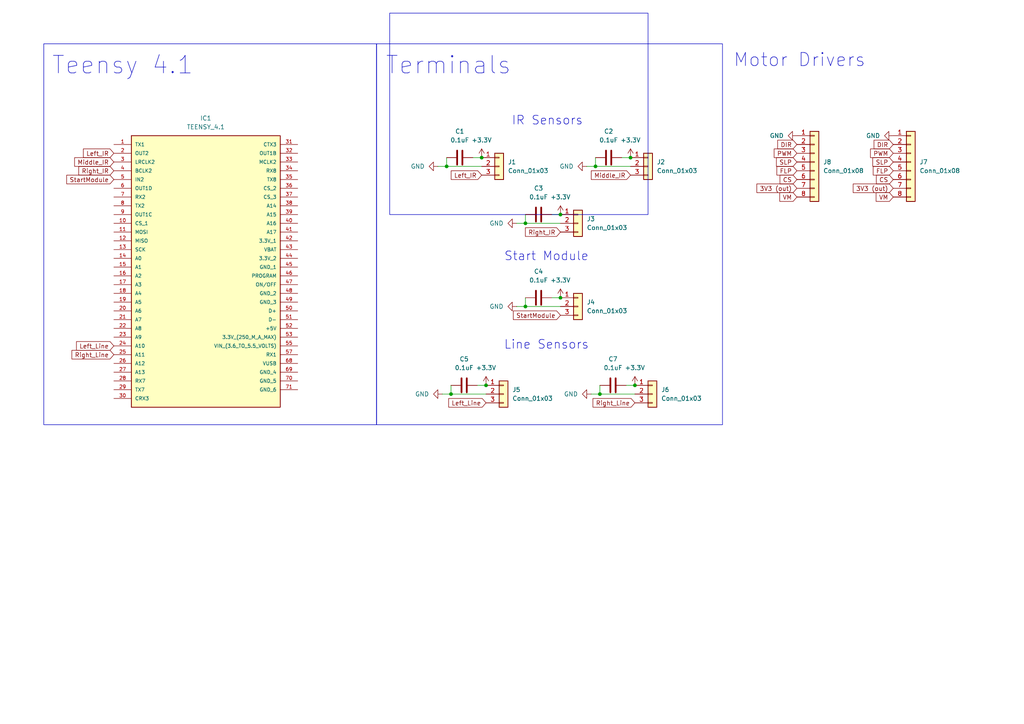
<source format=kicad_sch>
(kicad_sch (version 20231120) (generator "eeschema") (generator_version "8.0")
  (paper "A4")
  (lib_symbols
    (symbol "Connector_Generic:Conn_01x03" (pin_names (offset 1.016) hide)
      (property "Reference" "J" (at 0 5.08 0))
      (property "Value" "Conn_01x03" (at 0 -5.08 0))
      (symbol "Conn_01x03_1_1"
        (rectangle (start -1.27 -2.413) (end 0 -2.667) (stroke (width 0.1524)))
        (rectangle (start -1.27 0.127) (end 0 -0.127) (stroke (width 0.1524)))
        (rectangle (start -1.27 2.667) (end 0 2.413) (stroke (width 0.1524)))
        (rectangle (start -1.27 3.81) (end 1.27 -3.81) (stroke (width 0.254)) (fill (type background)))
        (pin passive line (at -5.08 2.54 0) (length 3.81) (name "Pin_1") (number "1"))
        (pin passive line (at -5.08 0 0) (length 3.81) (name "Pin_2") (number "2"))
        (pin passive line (at -5.08 -2.54 0) (length 3.81) (name "Pin_3") (number "3"))
      )
    )
    (symbol "Connector_Generic:Conn_01x08" (pin_names (offset 1.016) hide)
      (property "Reference" "J" (at 0 10.16 0))
      (property "Value" "Conn_01x08" (at 0 -12.7 0))
      (symbol "Conn_01x08_1_1"
        (rectangle (start -1.27 -10.033) (end 0 -10.287) (stroke (width 0.1524)))
        (rectangle (start -1.27 -7.493) (end 0 -7.747) (stroke (width 0.1524)))
        (rectangle (start -1.27 -4.953) (end 0 -5.207) (stroke (width 0.1524)))
        (rectangle (start -1.27 -2.413) (end 0 -2.667) (stroke (width 0.1524)))
        (rectangle (start -1.27 0.127) (end 0 -0.127) (stroke (width 0.1524)))
        (rectangle (start -1.27 2.667) (end 0 2.413) (stroke (width 0.1524)))
        (rectangle (start -1.27 5.207) (end 0 4.953) (stroke (width 0.1524)))
        (rectangle (start -1.27 7.747) (end 0 7.493) (stroke (width 0.1524)))
        (rectangle (start -1.27 8.89) (end 1.27 -11.43) (stroke (width 0.254)) (fill (type background)))
        (pin passive line (at -5.08 7.62 0) (length 3.81) (name "Pin_1") (number "1"))
        (pin passive line (at -5.08 5.08 0) (length 3.81) (name "Pin_2") (number "2"))
        (pin passive line (at -5.08 2.54 0) (length 3.81) (name "Pin_3") (number "3"))
        (pin passive line (at -5.08 0 0) (length 3.81) (name "Pin_4") (number "4"))
        (pin passive line (at -5.08 -2.54 0) (length 3.81) (name "Pin_5") (number "5"))
        (pin passive line (at -5.08 -5.08 0) (length 3.81) (name "Pin_6") (number "6"))
        (pin passive line (at -5.08 -7.62 0) (length 3.81) (name "Pin_7") (number "7"))
        (pin passive line (at -5.08 -10.16 0) (length 3.81) (name "Pin_8") (number "8"))
      )
    )
    (symbol "Device:C" (pin_numbers hide) (pin_names (offset 0.254))
      (property "Reference" "C" (at 0.635 2.54 0))
      (property "Value" "C" (at 0.635 -2.54 0))
      (symbol "C_0_1"
        (polyline (pts (xy -2.032 -0.762) (xy 2.032 -0.762)) (stroke (width 0.508)))
        (polyline (pts (xy -2.032 0.762) (xy 2.032 0.762)) (stroke (width 0.508)))
      )
      (symbol "C_1_1"
        (pin passive line (at 0 3.81 270) (length 2.794) (name "~") (number "1"))
        (pin passive line (at 0 -3.81 90) (length 2.794) (name "~") (number "2"))
      )
    )
    (symbol "TEENSY_4.1:TEENSY_4.1" (pin_names (offset 1.016))
      (property "Reference" "IC" (at 49.53 7.62 0))
      (property "Value" "TEENSY_4.1" (at 49.53 5.08 0))
      (symbol "TEENSY_4.1_0_0"
        (rectangle (start 5.08 -76.2) (end 48.26 2.54) (stroke (width 0.254)) (fill (type background)))
        (pin bidirectional line (at 0 0 0) (length 5.08) (name "TX1") (number "1"))
        (pin bidirectional line (at 0 -22.86 0) (length 5.08) (name "CS_1") (number "10"))
        (pin bidirectional line (at 0 -25.4 0) (length 5.08) (name "MOSI") (number "11"))
        (pin bidirectional line (at 0 -27.94 0) (length 5.08) (name "MISO") (number "12"))
        (pin bidirectional line (at 0 -30.48 0) (length 5.08) (name "SCK") (number "13"))
        (pin bidirectional line (at 0 -33.02 0) (length 5.08) (name "A0") (number "14"))
        (pin bidirectional line (at 0 -35.56 0) (length 5.08) (name "A1") (number "15"))
        (pin bidirectional line (at 0 -38.1 0) (length 5.08) (name "A2") (number "16"))
        (pin bidirectional line (at 0 -40.64 0) (length 5.08) (name "A3") (number "17"))
        (pin bidirectional line (at 0 -43.18 0) (length 5.08) (name "A4") (number "18"))
        (pin bidirectional line (at 0 -45.72 0) (length 5.08) (name "A5") (number "19"))
        (pin bidirectional line (at 0 -2.54 0) (length 5.08) (name "OUT2") (number "2"))
        (pin bidirectional line (at 0 -48.26 0) (length 5.08) (name "A6") (number "20"))
        (pin bidirectional line (at 0 -50.8 0) (length 5.08) (name "A7") (number "21"))
        (pin bidirectional line (at 0 -53.34 0) (length 5.08) (name "A8") (number "22"))
        (pin bidirectional line (at 0 -55.88 0) (length 5.08) (name "A9") (number "23"))
        (pin bidirectional line (at 0 -58.42 0) (length 5.08) (name "A10") (number "24"))
        (pin bidirectional line (at 0 -60.96 0) (length 5.08) (name "A11") (number "25"))
        (pin bidirectional line (at 0 -63.5 0) (length 5.08) (name "A12") (number "26"))
        (pin bidirectional line (at 0 -66.04 0) (length 5.08) (name "A13") (number "27"))
        (pin bidirectional line (at 0 -68.58 0) (length 5.08) (name "RX7") (number "28"))
        (pin bidirectional line (at 0 -71.12 0) (length 5.08) (name "TX7") (number "29"))
        (pin bidirectional line (at 0 -5.08 0) (length 5.08) (name "LRCLK2") (number "3"))
        (pin bidirectional line (at 0 -73.66 0) (length 5.08) (name "CRX3") (number "30"))
        (pin bidirectional line (at 53.34 0 180) (length 5.08) (name "CTX3") (number "31"))
        (pin bidirectional line (at 53.34 -2.54 180) (length 5.08) (name "OUT1B") (number "32"))
        (pin bidirectional line (at 53.34 -5.08 180) (length 5.08) (name "MCLK2") (number "33"))
        (pin bidirectional line (at 53.34 -7.62 180) (length 5.08) (name "RX8") (number "34"))
        (pin bidirectional line (at 53.34 -10.16 180) (length 5.08) (name "TX8") (number "35"))
        (pin bidirectional line (at 53.34 -12.7 180) (length 5.08) (name "CS_2") (number "36"))
        (pin bidirectional line (at 53.34 -15.24 180) (length 5.08) (name "CS_3") (number "37"))
        (pin bidirectional line (at 53.34 -17.78 180) (length 5.08) (name "A14") (number "38"))
        (pin bidirectional line (at 53.34 -20.32 180) (length 5.08) (name "A15") (number "39"))
        (pin bidirectional line (at 0 -7.62 0) (length 5.08) (name "BCLK2") (number "4"))
        (pin bidirectional line (at 53.34 -22.86 180) (length 5.08) (name "A16") (number "40"))
        (pin bidirectional line (at 53.34 -25.4 180) (length 5.08) (name "A17") (number "41"))
        (pin bidirectional line (at 53.34 -27.94 180) (length 5.08) (name "3.3V_1") (number "42"))
        (pin bidirectional line (at 53.34 -30.48 180) (length 5.08) (name "VBAT") (number "43"))
        (pin bidirectional line (at 53.34 -33.02 180) (length 5.08) (name "3.3V_2") (number "44"))
        (pin bidirectional line (at 53.34 -35.56 180) (length 5.08) (name "GND_1") (number "45"))
        (pin bidirectional line (at 53.34 -38.1 180) (length 5.08) (name "PROGRAM") (number "46"))
        (pin bidirectional line (at 53.34 -40.64 180) (length 5.08) (name "ON/OFF") (number "47"))
        (pin bidirectional line (at 53.34 -43.18 180) (length 5.08) (name "GND_2") (number "48"))
        (pin bidirectional line (at 53.34 -45.72 180) (length 5.08) (name "GND_3") (number "49"))
        (pin bidirectional line (at 0 -10.16 0) (length 5.08) (name "IN2") (number "5"))
        (pin bidirectional line (at 53.34 -48.26 180) (length 5.08) (name "D+") (number "50"))
        (pin bidirectional line (at 53.34 -50.8 180) (length 5.08) (name "D-") (number "51"))
        (pin bidirectional line (at 53.34 -53.34 180) (length 5.08) (name "+5V") (number "52"))
        (pin bidirectional line (at 53.34 -55.88 180) (length 5.08) (name "3.3V_(250_M_A_MAX)") (number "53"))
        (pin bidirectional line (at 53.34 -58.42 180) (length 5.08) (name "VIN_(3.6_TO_5.5_VOLTS)") (number "55"))
        (pin bidirectional line (at 53.34 -60.96 180) (length 5.08) (name "RX1") (number "57"))
        (pin bidirectional line (at 0 -12.7 0) (length 5.08) (name "OUT1D") (number "6"))
        (pin bidirectional line (at 53.34 -63.5 180) (length 5.08) (name "VUSB") (number "68"))
        (pin bidirectional line (at 53.34 -66.04 180) (length 5.08) (name "GND_4") (number "69"))
        (pin bidirectional line (at 0 -15.24 0) (length 5.08) (name "RX2") (number "7"))
        (pin bidirectional line (at 53.34 -68.58 180) (length 5.08) (name "GND_5") (number "70"))
        (pin bidirectional line (at 53.34 -71.12 180) (length 5.08) (name "GND_6") (number "71"))
        (pin bidirectional line (at 0 -17.78 0) (length 5.08) (name "TX2") (number "8"))
        (pin bidirectional line (at 0 -20.32 0) (length 5.08) (name "OUT1C") (number "9"))
      )
    )
    (symbol "power:+3.3V" (power) (pin_numbers hide) (pin_names (offset 0) hide)
      (property "Value" "+3.3V" (at 0 3.556 0))
      (symbol "+3.3V_0_1"
        (polyline (pts (xy -0.762 1.27) (xy 0 2.54)))
        (polyline (pts (xy 0 0) (xy 0 2.54)))
        (polyline (pts (xy 0 2.54) (xy 0.762 1.27)))
      )
      (symbol "+3.3V_1_1"
        (pin power_in line (at 0 0 90) (length 0) (name "~") (number "1"))
      )
    )
    (symbol "power:GND" (power) (pin_numbers hide) (pin_names (offset 0) hide)
      (property "Value" "GND" (at 0 -3.81 0))
      (symbol "GND_0_1"
        (polyline (pts (xy 0 0) (xy 0 -1.27) (xy 1.27 -1.27) (xy 0 -2.54) (xy -1.27 -1.27) (xy 0 -1.27)))
      )
      (symbol "GND_1_1"
        (pin power_in line (at 0 0 270) (length 0) (name "~") (number "1"))
      )
    )
  )
  (junction (at 182.88 45.72))
  (junction (at 139.7 45.72))
  (junction (at 172.72 48.26))
  (junction (at 140.97 111.76))
  (junction (at 130.81 114.3))
  (junction (at 162.56 62.23))
  (junction (at 152.4 64.77))
  (junction (at 173.99 114.3))
  (junction (at 129.54 48.26))
  (junction (at 184.15 111.76))
  (junction (at 152.4 88.9))
  (junction (at 162.56 86.36))
  (wire (pts (xy 173.99 111.76) (xy 173.99 114.3)))
  (wire (pts (xy 127 48.26) (xy 129.54 48.26)))
  (wire (pts (xy 171.45 114.3) (xy 173.99 114.3)))
  (wire (pts (xy 129.54 48.26) (xy 139.7 48.26)))
  (wire (pts (xy 137.16 45.72) (xy 139.7 45.72)))
  (wire (pts (xy 152.4 88.9) (xy 162.56 88.9)))
  (wire (pts (xy 172.72 48.26) (xy 182.88 48.26)))
  (wire (pts (xy 152.4 86.36) (xy 152.4 88.9)))
  (wire (pts (xy 181.61 111.76) (xy 184.15 111.76)))
  (wire (pts (xy 173.99 114.3) (xy 184.15 114.3)))
  (wire (pts (xy 152.4 62.23) (xy 152.4 64.77)))
  (wire (pts (xy 128.27 114.3) (xy 130.81 114.3)))
  (wire (pts (xy 160.02 86.36) (xy 162.56 86.36)))
  (wire (pts (xy 180.34 45.72) (xy 182.88 45.72)))
  (wire (pts (xy 138.43 111.76) (xy 140.97 111.76)))
  (wire (pts (xy 152.4 64.77) (xy 162.56 64.77)))
  (wire (pts (xy 149.86 64.77) (xy 152.4 64.77)))
  (wire (pts (xy 129.54 45.72) (xy 129.54 48.26)))
  (wire (pts (xy 170.18 48.26) (xy 172.72 48.26)))
  (wire (pts (xy 172.72 45.72) (xy 172.72 48.26)))
  (wire (pts (xy 149.86 88.9) (xy 152.4 88.9)))
  (wire (pts (xy 160.02 62.23) (xy 162.56 62.23)))
  (wire (pts (xy 130.81 111.76) (xy 130.81 114.3)))
  (wire (pts (xy 130.81 114.3) (xy 140.97 114.3)))
  (rectangle (start 113.03 3.81) (end 187.96 62.23))
  (rectangle (start 109.22 12.7) (end 209.55 123.19))
  (rectangle (start 12.7 12.7) (end 109.22 123.19))
  (text "IR Sensors" (at 158.75 35.052 0) (effects (font (size 2.54 2.54))))
  (text "Motor Drivers" (at 231.902 17.526 0) (effects (font (size 3.81 3.81))))
  (text "Start Module" (at 158.496 74.422 0) (effects (font (size 2.54 2.54))))
  (text "Teensy 4.1\n" (at 35.56 19.05 0) (effects (font (size 5.08 5.08))))
  (text "Terminals" (at 130.048 19.05 0) (effects (font (size 5.08 5.08))))
  (text "Line Sensors" (at 158.496 100.076 0) (effects (font (size 2.54 2.54))))
  (global_label "Left_Line" (shape input) (at 140.97 116.84 180) (property "Intersheetrefs" "${INTERSHEET_REFS}" (effects (hide yes))))
  (global_label "Right_IR" (shape input) (at 162.56 67.31 180) (property "Intersheetrefs" "${INTERSHEET_REFS}" (effects (hide yes))))
  (global_label "Left_IR" (shape input) (at 139.7 50.8 180) (property "Intersheetrefs" "${INTERSHEET_REFS}" (effects (hide yes))))
  (global_label "DIR" (shape input) (at 231.14 41.91 180) (property "Intersheetrefs" "${INTERSHEET_REFS}" (effects (hide yes))))
  (global_label "SLP" (shape input) (at 231.14 46.99 180) (property "Intersheetrefs" "${INTERSHEET_REFS}" (effects (hide yes))))
  (global_label "FLP" (shape input) (at 259.08 49.53 180) (property "Intersheetrefs" "${INTERSHEET_REFS}" (effects (hide yes))))
  (global_label "PWM" (shape input) (at 231.14 44.45 180) (property "Intersheetrefs" "${INTERSHEET_REFS}" (effects (hide yes))))
  (global_label "StartModule" (shape input) (at 33.02 52.07 180) (property "Intersheetrefs" "${INTERSHEET_REFS}" (effects (hide yes))))
  (global_label "Right_IR" (shape input) (at 33.02 49.53 180) (property "Intersheetrefs" "${INTERSHEET_REFS}" (effects (hide yes))))
  (global_label "VM" (shape input) (at 259.08 57.15 180) (property "Intersheetrefs" "${INTERSHEET_REFS}" (effects (hide yes))))
  (global_label "DIR" (shape input) (at 259.08 41.91 180) (property "Intersheetrefs" "${INTERSHEET_REFS}" (effects (hide yes))))
  (global_label "Left_IR" (shape input) (at 33.02 44.45 180) (property "Intersheetrefs" "${INTERSHEET_REFS}" (effects (hide yes))))
  (global_label "Left_Line" (shape input) (at 33.02 100.33 180) (property "Intersheetrefs" "${INTERSHEET_REFS}" (effects (hide yes))))
  (global_label "PWM" (shape input) (at 259.08 44.45 180) (property "Intersheetrefs" "${INTERSHEET_REFS}" (effects (hide yes))))
  (global_label "Right_Line" (shape input) (at 184.15 116.84 180) (property "Intersheetrefs" "${INTERSHEET_REFS}" (effects (hide yes))))
  (global_label "StartModule" (shape input) (at 162.56 91.44 180) (property "Intersheetrefs" "${INTERSHEET_REFS}" (effects (hide yes))))
  (global_label "CS" (shape input) (at 231.14 52.07 180) (property "Intersheetrefs" "${INTERSHEET_REFS}" (effects (hide yes))))
  (global_label "Right_Line" (shape input) (at 33.02 102.87 180) (property "Intersheetrefs" "${INTERSHEET_REFS}" (effects (hide yes))))
  (global_label "3V3 (out)" (shape input) (at 259.08 54.61 180) (property "Intersheetrefs" "${INTERSHEET_REFS}" (effects (hide yes))))
  (global_label "FLP" (shape input) (at 231.14 49.53 180) (property "Intersheetrefs" "${INTERSHEET_REFS}" (effects (hide yes))))
  (global_label "SLP" (shape input) (at 259.08 46.99 180) (property "Intersheetrefs" "${INTERSHEET_REFS}" (effects (hide yes))))
  (global_label "3V3 (out)" (shape input) (at 231.14 54.61 180) (property "Intersheetrefs" "${INTERSHEET_REFS}" (effects (hide yes))))
  (global_label "CS" (shape input) (at 259.08 52.07 180) (property "Intersheetrefs" "${INTERSHEET_REFS}" (effects (hide yes))))
  (global_label "Middle_IR" (shape input) (at 182.88 50.8 180) (property "Intersheetrefs" "${INTERSHEET_REFS}" (effects (hide yes))))
  (global_label "VM" (shape input) (at 231.14 57.15 180) (property "Intersheetrefs" "${INTERSHEET_REFS}" (effects (hide yes))))
  (global_label "Middle_IR" (shape input) (at 33.02 46.99 180) (property "Intersheetrefs" "${INTERSHEET_REFS}" (effects (hide yes))))
  (symbol (lib_id "power:+3.3V") (at 162.56 86.36 0) (unit 1)
    (property "Reference" "#PWR08" (effects (hide yes)))
    (property "Value" "+3.3V" (at 162.56 81.28 0))
    (property "Description" "Power symbol creates a global label with name \"+3.3V\"" (effects (hide yes)))
  )
  (symbol (lib_id "Connector_Generic:Conn_01x03") (at 189.23 114.3 0) (unit 1)
    (property "Reference" "J6" (at 191.77 113.0299 0) (effects (justify left)))
    (property "Value" "Conn_01x03" (at 191.77 115.5699 0) (effects (justify left)))
    (property "Description" "Generic connector, single row, 01x03, script generated (kicad-library-utils/schlib/autogen/connector/)" (effects (hide yes)))
  )
  (symbol (lib_id "Connector_Generic:Conn_01x08") (at 236.22 46.99 0) (unit 1)
    (property "Reference" "J8" (at 238.76 46.9899 0) (effects (justify left)))
    (property "Value" "Conn_01x08" (at 238.76 49.5299 0) (effects (justify left)))
    (property "Description" "Generic connector, single row, 01x08, script generated (kicad-library-utils/schlib/autogen/connector/)" (effects (hide yes)))
  )
  (symbol (lib_id "power:GND") (at 149.86 64.77 270) (unit 1)
    (property "Reference" "#PWR05" (effects (hide yes)))
    (property "Value" "GND" (at 146.05 64.7699 90) (effects (justify right)))
    (property "Description" "Power symbol creates a global label with name \"GND\" , ground" (effects (hide yes)))
  )
  (symbol (lib_id "power:GND") (at 128.27 114.3 270) (unit 1)
    (property "Reference" "#PWR09" (effects (hide yes)))
    (property "Value" "GND" (at 124.46 114.2999 90) (effects (justify right)))
    (property "Description" "Power symbol creates a global label with name \"GND\" , ground" (effects (hide yes)))
  )
  (symbol (lib_id "Connector_Generic:Conn_01x03") (at 167.64 64.77 0) (unit 1)
    (property "Reference" "J3" (at 170.18 63.4999 0) (effects (justify left)))
    (property "Value" "Conn_01x03" (at 170.18 66.0399 0) (effects (justify left)))
    (property "Description" "Generic connector, single row, 01x03, script generated (kicad-library-utils/schlib/autogen/connector/)" (effects (hide yes)))
  )
  (symbol (lib_id "Device:C") (at 134.62 111.76 90) (unit 1)
    (property "Reference" "C5" (at 134.62 104.14 90))
    (property "Value" "0.1uF" (at 134.62 106.68 90))
    (property "Description" "Unpolarized capacitor" (effects (hide yes)))
  )
  (symbol (lib_id "Device:C") (at 156.21 62.23 90) (unit 1)
    (property "Reference" "C3" (at 156.21 54.61 90))
    (property "Value" "0.1uF" (at 156.21 57.15 90))
    (property "Description" "Unpolarized capacitor" (effects (hide yes)))
  )
  (symbol (lib_id "power:+3.3V") (at 140.97 111.76 0) (unit 1)
    (property "Reference" "#PWR011" (effects (hide yes)))
    (property "Value" "+3.3V" (at 140.97 106.68 0))
    (property "Description" "Power symbol creates a global label with name \"+3.3V\"" (effects (hide yes)))
  )
  (symbol (lib_id "power:+3.3V") (at 182.88 45.72 0) (unit 1)
    (property "Reference" "#PWR04" (effects (hide yes)))
    (property "Value" "+3.3V" (at 182.88 40.64 0))
    (property "Description" "Power symbol creates a global label with name \"+3.3V\"" (effects (hide yes)))
  )
  (symbol (lib_id "Connector_Generic:Conn_01x03") (at 167.64 88.9 0) (unit 1)
    (property "Reference" "J4" (at 170.18 87.6299 0) (effects (justify left)))
    (property "Value" "Conn_01x03" (at 170.18 90.1699 0) (effects (justify left)))
    (property "Description" "Generic connector, single row, 01x03, script generated (kicad-library-utils/schlib/autogen/connector/)" (effects (hide yes)))
  )
  (symbol (lib_id "power:GND") (at 259.08 39.37 270) (unit 1)
    (property "Reference" "#PWR010" (effects (hide yes)))
    (property "Value" "GND" (at 255.27 39.3699 90) (effects (justify right)))
    (property "Description" "Power symbol creates a global label with name \"GND\" , ground" (effects (hide yes)))
  )
  (symbol (lib_id "TEENSY_4.1:TEENSY_4.1") (at 33.02 41.91 0) (unit 1)
    (property "Reference" "IC1" (at 59.69 34.29 0))
    (property "Value" "TEENSY_4.1" (at 59.69 36.83 0))
    (property "Footprint" "TEENSY_4.1:TEENSY41" (effects (hide yes)))
    (property "Manufacturer_Name" "PJRC" (effects (hide yes)))
    (property "MF" "PJRC" (effects (hide yes)))
    (property "Description_1" "\n" (effects (hide yes)))
    (property "Price" "None" (effects (hide yes)))
    (property "Package" "None" (effects (hide yes)))
    (property "Check_prices" "https://www.snapeda.com/parts/Teensy%204.1/PJRC/view-part/?ref=eda" (effects (hide yes)))
    (property "Height" "mm" (effects (hide yes)))
    (property "MP" "Teensy 4.1" (effects (hide yes)))
    (property "SnapEDA_Link" "https://www.snapeda.com/parts/Teensy%204.1/PJRC/view-part/?ref=snap" (effects (hide yes)))
    (property "Availability" "Not in stock" (effects (hide yes)))
    (property "Manufacturer_Part_Number" "TEENSY 4.1" (effects (hide yes)))
  )
  (symbol (lib_id "Connector_Generic:Conn_01x08") (at 264.16 46.99 0) (unit 1)
    (property "Reference" "J7" (at 266.7 46.9899 0) (effects (justify left)))
    (property "Value" "Conn_01x08" (at 266.7 49.5299 0) (effects (justify left)))
    (property "Description" "Generic connector, single row, 01x08, script generated (kicad-library-utils/schlib/autogen/connector/)" (effects (hide yes)))
  )
  (symbol (lib_id "Connector_Generic:Conn_01x03") (at 187.96 48.26 0) (unit 1)
    (property "Reference" "J2" (at 190.5 46.9899 0) (effects (justify left)))
    (property "Value" "Conn_01x03" (at 190.5 49.5299 0) (effects (justify left)))
    (property "Description" "Generic connector, single row, 01x03, script generated (kicad-library-utils/schlib/autogen/connector/)" (effects (hide yes)))
  )
  (symbol (lib_id "Device:C") (at 176.53 45.72 90) (unit 1)
    (property "Reference" "C2" (at 176.53 38.1 90))
    (property "Value" "0.1uF" (at 176.53 40.64 90))
    (property "Description" "Unpolarized capacitor" (effects (hide yes)))
  )
  (symbol (lib_id "power:GND") (at 171.45 114.3 270) (unit 1)
    (property "Reference" "#PWR013" (effects (hide yes)))
    (property "Value" "GND" (at 167.64 114.2999 90) (effects (justify right)))
    (property "Description" "Power symbol creates a global label with name \"GND\" , ground" (effects (hide yes)))
  )
  (symbol (lib_id "power:GND") (at 231.14 39.37 270) (unit 1)
    (property "Reference" "#PWR012" (effects (hide yes)))
    (property "Value" "GND" (at 227.33 39.3699 90) (effects (justify right)))
    (property "Description" "Power symbol creates a global label with name \"GND\" , ground" (effects (hide yes)))
  )
  (symbol (lib_id "power:+3.3V") (at 184.15 111.76 0) (unit 1)
    (property "Reference" "#PWR015" (effects (hide yes)))
    (property "Value" "+3.3V" (at 184.15 106.68 0))
    (property "Description" "Power symbol creates a global label with name \"+3.3V\"" (effects (hide yes)))
  )
  (symbol (lib_id "Device:C") (at 133.35 45.72 90) (unit 1)
    (property "Reference" "C1" (at 133.35 38.1 90))
    (property "Value" "0.1uF" (at 133.35 40.64 90))
    (property "Description" "Unpolarized capacitor" (effects (hide yes)))
  )
  (symbol (lib_id "Connector_Generic:Conn_01x03") (at 146.05 114.3 0) (unit 1)
    (property "Reference" "J5" (at 148.59 113.0299 0) (effects (justify left)))
    (property "Value" "Conn_01x03" (at 148.59 115.5699 0) (effects (justify left)))
    (property "Description" "Generic connector, single row, 01x03, script generated (kicad-library-utils/schlib/autogen/connector/)" (effects (hide yes)))
  )
  (symbol (lib_id "power:+3.3V") (at 162.56 62.23 0) (unit 1)
    (property "Reference" "#PWR06" (effects (hide yes)))
    (property "Value" "+3.3V" (at 162.56 57.15 0))
    (property "Description" "Power symbol creates a global label with name \"+3.3V\"" (effects (hide yes)))
  )
  (symbol (lib_id "power:GND") (at 149.86 88.9 270) (unit 1)
    (property "Reference" "#PWR07" (effects (hide yes)))
    (property "Value" "GND" (at 146.05 88.8999 90) (effects (justify right)))
    (property "Description" "Power symbol creates a global label with name \"GND\" , ground" (effects (hide yes)))
  )
  (symbol (lib_id "power:GND") (at 127 48.26 270) (unit 1)
    (property "Reference" "#PWR02" (effects (hide yes)))
    (property "Value" "GND" (at 123.19 48.2599 90) (effects (justify right)))
    (property "Description" "Power symbol creates a global label with name \"GND\" , ground" (effects (hide yes)))
  )
  (symbol (lib_id "power:+3.3V") (at 139.7 45.72 0) (unit 1)
    (property "Reference" "#PWR01" (effects (hide yes)))
    (property "Value" "+3.3V" (at 139.7 40.64 0))
    (property "Description" "Power symbol creates a global label with name \"+3.3V\"" (effects (hide yes)))
  )
  (symbol (lib_id "power:GND") (at 170.18 48.26 270) (unit 1)
    (property "Reference" "#PWR03" (effects (hide yes)))
    (property "Value" "GND" (at 166.37 48.2599 90) (effects (justify right)))
    (property "Description" "Power symbol creates a global label with name \"GND\" , ground" (effects (hide yes)))
  )
  (symbol (lib_id "Connector_Generic:Conn_01x03") (at 144.78 48.26 0) (unit 1)
    (property "Reference" "J1" (at 147.32 46.9899 0) (effects (justify left)))
    (property "Value" "Conn_01x03" (at 147.32 49.5299 0) (effects (justify left)))
    (property "Description" "Generic connector, single row, 01x03, script generated (kicad-library-utils/schlib/autogen/connector/)" (effects (hide yes)))
  )
  (symbol (lib_id "Device:C") (at 177.8 111.76 90) (unit 1)
    (property "Reference" "C7" (at 177.8 104.14 90))
    (property "Value" "0.1uF" (at 177.8 106.68 90))
    (property "Description" "Unpolarized capacitor" (effects (hide yes)))
  )
  (symbol (lib_id "Device:C") (at 156.21 86.36 90) (unit 1)
    (property "Reference" "C4" (at 156.21 78.74 90))
    (property "Value" "0.1uF" (at 156.21 81.28 90))
    (property "Description" "Unpolarized capacitor" (effects (hide yes)))
  )
)
</source>
